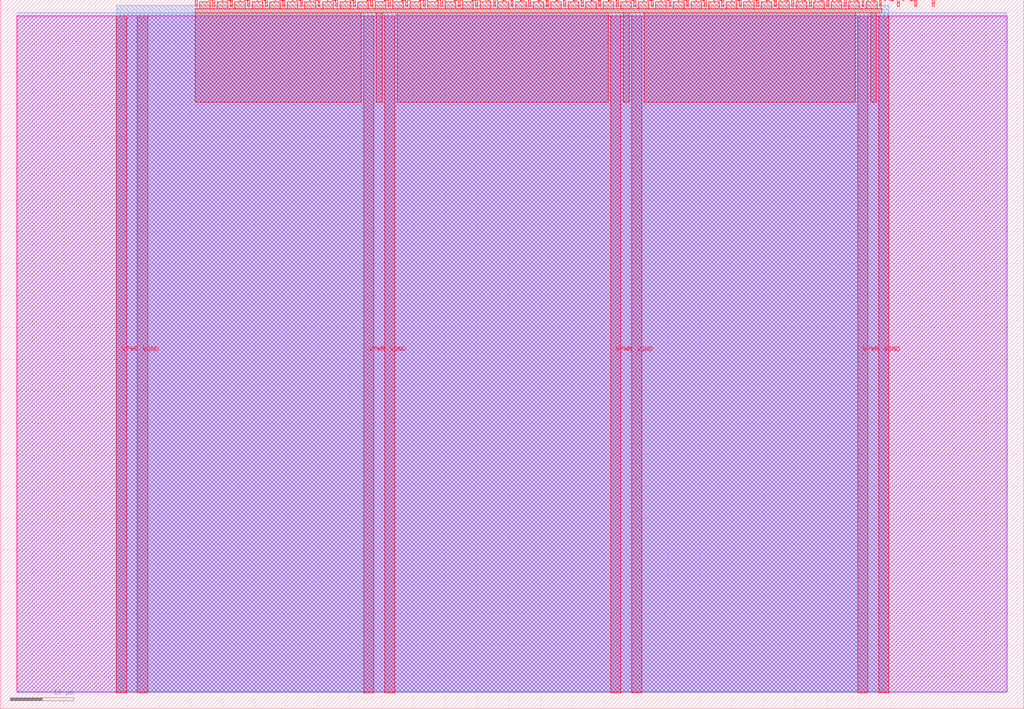
<source format=lef>
VERSION 5.7 ;
  NOWIREEXTENSIONATPIN ON ;
  DIVIDERCHAR "/" ;
  BUSBITCHARS "[]" ;
MACRO tt_um_wokwi_413920089540972545
  CLASS BLOCK ;
  FOREIGN tt_um_wokwi_413920089540972545 ;
  ORIGIN 0.000 0.000 ;
  SIZE 161.000 BY 111.520 ;
  PIN VGND
    DIRECTION INOUT ;
    USE GROUND ;
    PORT
      LAYER met4 ;
        RECT 21.580 2.480 23.180 109.040 ;
    END
    PORT
      LAYER met4 ;
        RECT 60.450 2.480 62.050 109.040 ;
    END
    PORT
      LAYER met4 ;
        RECT 99.320 2.480 100.920 109.040 ;
    END
    PORT
      LAYER met4 ;
        RECT 138.190 2.480 139.790 109.040 ;
    END
  END VGND
  PIN VPWR
    DIRECTION INOUT ;
    USE POWER ;
    PORT
      LAYER met4 ;
        RECT 18.280 2.480 19.880 109.040 ;
    END
    PORT
      LAYER met4 ;
        RECT 57.150 2.480 58.750 109.040 ;
    END
    PORT
      LAYER met4 ;
        RECT 96.020 2.480 97.620 109.040 ;
    END
    PORT
      LAYER met4 ;
        RECT 134.890 2.480 136.490 109.040 ;
    END
  END VPWR
  PIN clk
    DIRECTION INPUT ;
    USE SIGNAL ;
    PORT
      LAYER met4 ;
        RECT 143.830 110.520 144.130 111.520 ;
    END
  END clk
  PIN ena
    DIRECTION INPUT ;
    USE SIGNAL ;
    PORT
      LAYER met4 ;
        RECT 146.590 110.520 146.890 111.520 ;
    END
  END ena
  PIN rst_n
    DIRECTION INPUT ;
    USE SIGNAL ;
    PORT
      LAYER met4 ;
        RECT 141.070 110.520 141.370 111.520 ;
    END
  END rst_n
  PIN ui_in[0]
    DIRECTION INPUT ;
    USE SIGNAL ;
    ANTENNAGATEAREA 0.213000 ;
    PORT
      LAYER met4 ;
        RECT 138.310 110.520 138.610 111.520 ;
    END
  END ui_in[0]
  PIN ui_in[1]
    DIRECTION INPUT ;
    USE SIGNAL ;
    ANTENNAGATEAREA 0.213000 ;
    PORT
      LAYER met4 ;
        RECT 135.550 110.520 135.850 111.520 ;
    END
  END ui_in[1]
  PIN ui_in[2]
    DIRECTION INPUT ;
    USE SIGNAL ;
    ANTENNAGATEAREA 0.196500 ;
    PORT
      LAYER met4 ;
        RECT 132.790 110.520 133.090 111.520 ;
    END
  END ui_in[2]
  PIN ui_in[3]
    DIRECTION INPUT ;
    USE SIGNAL ;
    ANTENNAGATEAREA 0.196500 ;
    PORT
      LAYER met4 ;
        RECT 130.030 110.520 130.330 111.520 ;
    END
  END ui_in[3]
  PIN ui_in[4]
    DIRECTION INPUT ;
    USE SIGNAL ;
    ANTENNAGATEAREA 0.159000 ;
    PORT
      LAYER met4 ;
        RECT 127.270 110.520 127.570 111.520 ;
    END
  END ui_in[4]
  PIN ui_in[5]
    DIRECTION INPUT ;
    USE SIGNAL ;
    ANTENNAGATEAREA 0.159000 ;
    PORT
      LAYER met4 ;
        RECT 124.510 110.520 124.810 111.520 ;
    END
  END ui_in[5]
  PIN ui_in[6]
    DIRECTION INPUT ;
    USE SIGNAL ;
    ANTENNAGATEAREA 0.159000 ;
    PORT
      LAYER met4 ;
        RECT 121.750 110.520 122.050 111.520 ;
    END
  END ui_in[6]
  PIN ui_in[7]
    DIRECTION INPUT ;
    USE SIGNAL ;
    ANTENNAGATEAREA 0.159000 ;
    PORT
      LAYER met4 ;
        RECT 118.990 110.520 119.290 111.520 ;
    END
  END ui_in[7]
  PIN uio_in[0]
    DIRECTION INPUT ;
    USE SIGNAL ;
    PORT
      LAYER met4 ;
        RECT 116.230 110.520 116.530 111.520 ;
    END
  END uio_in[0]
  PIN uio_in[1]
    DIRECTION INPUT ;
    USE SIGNAL ;
    PORT
      LAYER met4 ;
        RECT 113.470 110.520 113.770 111.520 ;
    END
  END uio_in[1]
  PIN uio_in[2]
    DIRECTION INPUT ;
    USE SIGNAL ;
    PORT
      LAYER met4 ;
        RECT 110.710 110.520 111.010 111.520 ;
    END
  END uio_in[2]
  PIN uio_in[3]
    DIRECTION INPUT ;
    USE SIGNAL ;
    PORT
      LAYER met4 ;
        RECT 107.950 110.520 108.250 111.520 ;
    END
  END uio_in[3]
  PIN uio_in[4]
    DIRECTION INPUT ;
    USE SIGNAL ;
    PORT
      LAYER met4 ;
        RECT 105.190 110.520 105.490 111.520 ;
    END
  END uio_in[4]
  PIN uio_in[5]
    DIRECTION INPUT ;
    USE SIGNAL ;
    PORT
      LAYER met4 ;
        RECT 102.430 110.520 102.730 111.520 ;
    END
  END uio_in[5]
  PIN uio_in[6]
    DIRECTION INPUT ;
    USE SIGNAL ;
    PORT
      LAYER met4 ;
        RECT 99.670 110.520 99.970 111.520 ;
    END
  END uio_in[6]
  PIN uio_in[7]
    DIRECTION INPUT ;
    USE SIGNAL ;
    PORT
      LAYER met4 ;
        RECT 96.910 110.520 97.210 111.520 ;
    END
  END uio_in[7]
  PIN uio_oe[0]
    DIRECTION OUTPUT ;
    USE SIGNAL ;
    PORT
      LAYER met4 ;
        RECT 49.990 110.520 50.290 111.520 ;
    END
  END uio_oe[0]
  PIN uio_oe[1]
    DIRECTION OUTPUT ;
    USE SIGNAL ;
    PORT
      LAYER met4 ;
        RECT 47.230 110.520 47.530 111.520 ;
    END
  END uio_oe[1]
  PIN uio_oe[2]
    DIRECTION OUTPUT ;
    USE SIGNAL ;
    PORT
      LAYER met4 ;
        RECT 44.470 110.520 44.770 111.520 ;
    END
  END uio_oe[2]
  PIN uio_oe[3]
    DIRECTION OUTPUT ;
    USE SIGNAL ;
    PORT
      LAYER met4 ;
        RECT 41.710 110.520 42.010 111.520 ;
    END
  END uio_oe[3]
  PIN uio_oe[4]
    DIRECTION OUTPUT ;
    USE SIGNAL ;
    PORT
      LAYER met4 ;
        RECT 38.950 110.520 39.250 111.520 ;
    END
  END uio_oe[4]
  PIN uio_oe[5]
    DIRECTION OUTPUT ;
    USE SIGNAL ;
    PORT
      LAYER met4 ;
        RECT 36.190 110.520 36.490 111.520 ;
    END
  END uio_oe[5]
  PIN uio_oe[6]
    DIRECTION OUTPUT ;
    USE SIGNAL ;
    PORT
      LAYER met4 ;
        RECT 33.430 110.520 33.730 111.520 ;
    END
  END uio_oe[6]
  PIN uio_oe[7]
    DIRECTION OUTPUT ;
    USE SIGNAL ;
    PORT
      LAYER met4 ;
        RECT 30.670 110.520 30.970 111.520 ;
    END
  END uio_oe[7]
  PIN uio_out[0]
    DIRECTION OUTPUT ;
    USE SIGNAL ;
    PORT
      LAYER met4 ;
        RECT 72.070 110.520 72.370 111.520 ;
    END
  END uio_out[0]
  PIN uio_out[1]
    DIRECTION OUTPUT ;
    USE SIGNAL ;
    PORT
      LAYER met4 ;
        RECT 69.310 110.520 69.610 111.520 ;
    END
  END uio_out[1]
  PIN uio_out[2]
    DIRECTION OUTPUT ;
    USE SIGNAL ;
    PORT
      LAYER met4 ;
        RECT 66.550 110.520 66.850 111.520 ;
    END
  END uio_out[2]
  PIN uio_out[3]
    DIRECTION OUTPUT ;
    USE SIGNAL ;
    PORT
      LAYER met4 ;
        RECT 63.790 110.520 64.090 111.520 ;
    END
  END uio_out[3]
  PIN uio_out[4]
    DIRECTION OUTPUT ;
    USE SIGNAL ;
    PORT
      LAYER met4 ;
        RECT 61.030 110.520 61.330 111.520 ;
    END
  END uio_out[4]
  PIN uio_out[5]
    DIRECTION OUTPUT ;
    USE SIGNAL ;
    PORT
      LAYER met4 ;
        RECT 58.270 110.520 58.570 111.520 ;
    END
  END uio_out[5]
  PIN uio_out[6]
    DIRECTION OUTPUT ;
    USE SIGNAL ;
    PORT
      LAYER met4 ;
        RECT 55.510 110.520 55.810 111.520 ;
    END
  END uio_out[6]
  PIN uio_out[7]
    DIRECTION OUTPUT ;
    USE SIGNAL ;
    PORT
      LAYER met4 ;
        RECT 52.750 110.520 53.050 111.520 ;
    END
  END uio_out[7]
  PIN uo_out[0]
    DIRECTION OUTPUT ;
    USE SIGNAL ;
    ANTENNADIFFAREA 0.795200 ;
    PORT
      LAYER met4 ;
        RECT 94.150 110.520 94.450 111.520 ;
    END
  END uo_out[0]
  PIN uo_out[1]
    DIRECTION OUTPUT ;
    USE SIGNAL ;
    ANTENNADIFFAREA 0.795200 ;
    PORT
      LAYER met4 ;
        RECT 91.390 110.520 91.690 111.520 ;
    END
  END uo_out[1]
  PIN uo_out[2]
    DIRECTION OUTPUT ;
    USE SIGNAL ;
    ANTENNADIFFAREA 0.445500 ;
    PORT
      LAYER met4 ;
        RECT 88.630 110.520 88.930 111.520 ;
    END
  END uo_out[2]
  PIN uo_out[3]
    DIRECTION OUTPUT ;
    USE SIGNAL ;
    ANTENNADIFFAREA 0.445500 ;
    PORT
      LAYER met4 ;
        RECT 85.870 110.520 86.170 111.520 ;
    END
  END uo_out[3]
  PIN uo_out[4]
    DIRECTION OUTPUT ;
    USE SIGNAL ;
    ANTENNADIFFAREA 0.445500 ;
    PORT
      LAYER met4 ;
        RECT 83.110 110.520 83.410 111.520 ;
    END
  END uo_out[4]
  PIN uo_out[5]
    DIRECTION OUTPUT ;
    USE SIGNAL ;
    ANTENNADIFFAREA 0.445500 ;
    PORT
      LAYER met4 ;
        RECT 80.350 110.520 80.650 111.520 ;
    END
  END uo_out[5]
  PIN uo_out[6]
    DIRECTION OUTPUT ;
    USE SIGNAL ;
    ANTENNADIFFAREA 0.445500 ;
    PORT
      LAYER met4 ;
        RECT 77.590 110.520 77.890 111.520 ;
    END
  END uo_out[6]
  PIN uo_out[7]
    DIRECTION OUTPUT ;
    USE SIGNAL ;
    ANTENNADIFFAREA 0.445500 ;
    PORT
      LAYER met4 ;
        RECT 74.830 110.520 75.130 111.520 ;
    END
  END uo_out[7]
  OBS
      LAYER nwell ;
        RECT 2.570 2.635 158.430 108.990 ;
      LAYER li1 ;
        RECT 2.760 2.635 158.240 108.885 ;
      LAYER met1 ;
        RECT 2.760 2.480 158.240 109.440 ;
      LAYER met2 ;
        RECT 18.310 2.535 139.760 110.685 ;
      LAYER met3 ;
        RECT 18.290 2.555 139.780 110.665 ;
      LAYER met4 ;
        RECT 31.370 110.120 33.030 111.170 ;
        RECT 34.130 110.120 35.790 111.170 ;
        RECT 36.890 110.120 38.550 111.170 ;
        RECT 39.650 110.120 41.310 111.170 ;
        RECT 42.410 110.120 44.070 111.170 ;
        RECT 45.170 110.120 46.830 111.170 ;
        RECT 47.930 110.120 49.590 111.170 ;
        RECT 50.690 110.120 52.350 111.170 ;
        RECT 53.450 110.120 55.110 111.170 ;
        RECT 56.210 110.120 57.870 111.170 ;
        RECT 58.970 110.120 60.630 111.170 ;
        RECT 61.730 110.120 63.390 111.170 ;
        RECT 64.490 110.120 66.150 111.170 ;
        RECT 67.250 110.120 68.910 111.170 ;
        RECT 70.010 110.120 71.670 111.170 ;
        RECT 72.770 110.120 74.430 111.170 ;
        RECT 75.530 110.120 77.190 111.170 ;
        RECT 78.290 110.120 79.950 111.170 ;
        RECT 81.050 110.120 82.710 111.170 ;
        RECT 83.810 110.120 85.470 111.170 ;
        RECT 86.570 110.120 88.230 111.170 ;
        RECT 89.330 110.120 90.990 111.170 ;
        RECT 92.090 110.120 93.750 111.170 ;
        RECT 94.850 110.120 96.510 111.170 ;
        RECT 97.610 110.120 99.270 111.170 ;
        RECT 100.370 110.120 102.030 111.170 ;
        RECT 103.130 110.120 104.790 111.170 ;
        RECT 105.890 110.120 107.550 111.170 ;
        RECT 108.650 110.120 110.310 111.170 ;
        RECT 111.410 110.120 113.070 111.170 ;
        RECT 114.170 110.120 115.830 111.170 ;
        RECT 116.930 110.120 118.590 111.170 ;
        RECT 119.690 110.120 121.350 111.170 ;
        RECT 122.450 110.120 124.110 111.170 ;
        RECT 125.210 110.120 126.870 111.170 ;
        RECT 127.970 110.120 129.630 111.170 ;
        RECT 130.730 110.120 132.390 111.170 ;
        RECT 133.490 110.120 135.150 111.170 ;
        RECT 136.250 110.120 137.910 111.170 ;
        RECT 30.655 109.440 138.625 110.120 ;
        RECT 30.655 95.375 56.750 109.440 ;
        RECT 59.150 95.375 60.050 109.440 ;
        RECT 62.450 95.375 95.620 109.440 ;
        RECT 98.020 95.375 98.920 109.440 ;
        RECT 101.320 95.375 134.490 109.440 ;
        RECT 136.890 95.375 137.790 109.440 ;
  END
END tt_um_wokwi_413920089540972545
END LIBRARY


</source>
